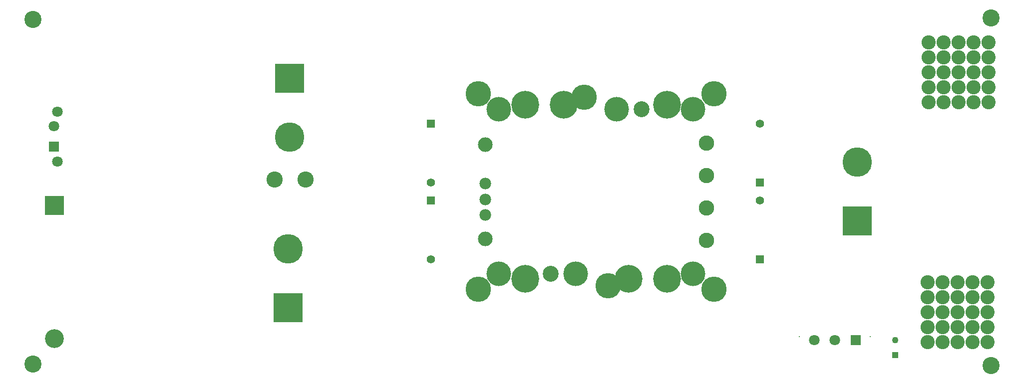
<source format=gbs>
G04*
G04 #@! TF.GenerationSoftware,Altium Limited,Altium Designer,19.1.7 (138)*
G04*
G04 Layer_Color=16711935*
%FSLAX25Y25*%
%MOIN*%
G70*
G01*
G75*
%ADD37C,0.16942*%
%ADD38C,0.10642*%
%ADD39C,0.18595*%
%ADD40C,0.16430*%
%ADD41C,0.07769*%
%ADD42C,0.09776*%
%ADD43C,0.10288*%
%ADD44R,0.07099X0.07099*%
%ADD45C,0.07099*%
%ADD46C,0.00800*%
%ADD47C,0.09461*%
%ADD48C,0.11430*%
%ADD49R,0.04343X0.04343*%
%ADD50C,0.04343*%
%ADD51C,0.19698*%
%ADD52R,0.19698X0.19698*%
%ADD53R,0.05524X0.05524*%
%ADD54C,0.05524*%
%ADD55R,0.07099X0.07099*%
%ADD56C,0.12611*%
%ADD57R,0.12611X0.12611*%
%ADD58C,0.10800*%
D37*
X392717Y61024D02*
D03*
X376969Y187008D02*
D03*
X306102Y189370D02*
D03*
Y58661D02*
D03*
X463583D02*
D03*
Y189370D02*
D03*
D38*
X320000Y69016D02*
D03*
X415197Y179016D02*
D03*
X354488Y69016D02*
D03*
D39*
X337598Y182205D02*
D03*
X432087Y65827D02*
D03*
X337598D02*
D03*
Y182205D02*
D03*
X432087D02*
D03*
X406496Y65827D02*
D03*
X363189Y182205D02*
D03*
D40*
X371063Y69016D02*
D03*
X398622Y179016D02*
D03*
X449685D02*
D03*
X320000D02*
D03*
Y69016D02*
D03*
X449685D02*
D03*
D41*
X311024Y108268D02*
D03*
Y118583D02*
D03*
Y129449D02*
D03*
D42*
Y92520D02*
D03*
Y155512D02*
D03*
D43*
X458661Y91535D02*
D03*
Y113189D02*
D03*
Y134843D02*
D03*
Y156496D02*
D03*
D44*
X558071Y24606D02*
D03*
D45*
X544291D02*
D03*
X530512D02*
D03*
X22835Y167717D02*
D03*
X25315Y144095D02*
D03*
Y177559D02*
D03*
D46*
X567913Y27087D02*
D03*
X520669D02*
D03*
D47*
X636142Y53307D02*
D03*
X646142D02*
D03*
X626142D02*
D03*
X616142D02*
D03*
X606142D02*
D03*
X646142Y63307D02*
D03*
Y43307D02*
D03*
Y33307D02*
D03*
Y23307D02*
D03*
X606142Y63307D02*
D03*
X616142D02*
D03*
X626142D02*
D03*
X636142D02*
D03*
X606142Y43307D02*
D03*
X616142D02*
D03*
X626142D02*
D03*
X636142D02*
D03*
X606142Y33307D02*
D03*
X616142D02*
D03*
X626142D02*
D03*
X636142D02*
D03*
X606142Y23307D02*
D03*
X616142D02*
D03*
X626142D02*
D03*
X636142D02*
D03*
X636969Y183740D02*
D03*
X626968D02*
D03*
X616968D02*
D03*
X606968D02*
D03*
X636969Y193740D02*
D03*
X626968D02*
D03*
X616968D02*
D03*
X606968D02*
D03*
X636969Y203740D02*
D03*
X626968D02*
D03*
X616968D02*
D03*
X606968D02*
D03*
X636969Y223740D02*
D03*
X626968D02*
D03*
X616968D02*
D03*
X606968D02*
D03*
X646969Y183740D02*
D03*
Y193740D02*
D03*
Y203740D02*
D03*
Y223740D02*
D03*
X606968Y213740D02*
D03*
X616968D02*
D03*
X626968D02*
D03*
X646969D02*
D03*
X636969D02*
D03*
D48*
X648622Y240158D02*
D03*
Y7874D02*
D03*
X8858Y239173D02*
D03*
Y8858D02*
D03*
D49*
X584646Y14764D02*
D03*
D50*
Y24606D02*
D03*
D51*
X559055Y143701D02*
D03*
X179134Y85630D02*
D03*
X180118Y160433D02*
D03*
D52*
X559055Y104331D02*
D03*
X179134Y46260D02*
D03*
X180118Y199803D02*
D03*
D53*
X494095Y129921D02*
D03*
Y78740D02*
D03*
X274606Y169291D02*
D03*
Y118110D02*
D03*
D54*
X494095Y169291D02*
D03*
Y118110D02*
D03*
X274606Y129921D02*
D03*
Y78740D02*
D03*
D55*
X22835Y153937D02*
D03*
D56*
X23228Y25591D02*
D03*
D57*
X23228Y114567D02*
D03*
D58*
X190800Y131900D02*
D03*
X170100Y132200D02*
D03*
M02*

</source>
